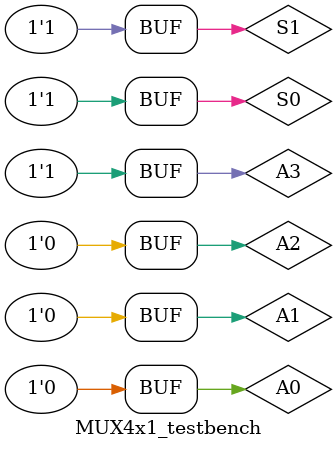
<source format=v>
`define DELAY 20
module MUX4x1_testbench(); 
reg A0, A1, A2, A3, S0, S1;
wire Y;

MUX4x1 muxtb(Y, A0, A1, A2, A3, S0, S1);

initial begin
A0 = 1'b1; A1 = 1'b0; A2 = 1'b0; A3 = 1'b0; S0 = 1'b0; S1 = 1'b0;
#`DELAY;
A0 = 1'b0; A1 = 1'b1; A2 = 1'b0; A3 = 1'b0; S0 = 1'b1; S1 = 1'b0;
#`DELAY;
A0 = 1'b0; A1 = 1'b0; A2 = 1'b1; A3 = 1'b0; S0 = 1'b0; S1 = 1'b1;
#`DELAY;
A0 = 1'b0; A1 = 1'b0; A2 = 1'b0; A3 = 1'b1; S0 = 1'b1; S1 = 1'b1;
end
 
 
initial
begin
$monitor("time = %2d, A0 =%1b, A1 =%1b, A2=%1b A3 =%1b, S0 =%1b, S1 =%1b Y =%1b", $time, A0, A1, A2, A3, S0, S1, Y);
end
 
endmodule
</source>
